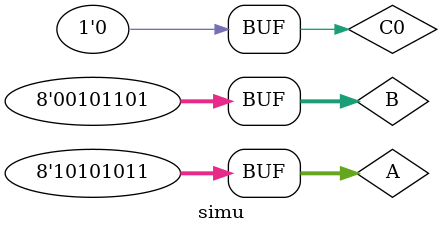
<source format=v>
`timescale 1ns / 1ps

module simu(
    );
    // Inputs
        reg [7:0] A;
        reg [7:0] B;
        reg C0;
    // Outputs
        wire C8;
        wire [7:0] F;
    // Instantiate the Unit Under Test (UUT)
      add_8 uut 
               (.a(A), 
              .b(B), 
              .cin(C0), 
              .s(F),
              .co(C8)
                 );
     initial begin
            // Initialize Inputs
                    C0 = 0;
            // Wait 100 ns for global reset to finish
            #100;
    // Add stimulus here
        begin A = 'B10111100;B='B00101011;C0 = 0;end
            #100;
            begin A = 'B10101011;B='B00101101;C0 = 0;end
            #100;
        end
endmodule

</source>
